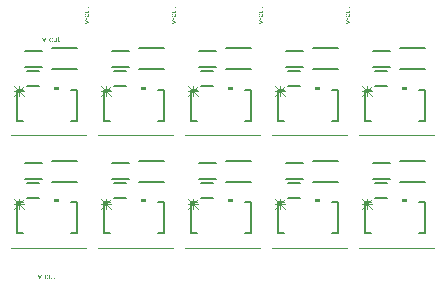
<source format=gto>
G04*
G04 #@! TF.GenerationSoftware,Altium Limited,Altium Designer,23.3.1 (30)*
G04*
G04 Layer_Color=65535*
%FSLAX25Y25*%
%MOIN*%
G70*
G04*
G04 #@! TF.SameCoordinates,76A80B4F-B454-4E83-830C-21A368A3A4FA*
G04*
G04*
G04 #@! TF.FilePolarity,Positive*
G04*
G01*
G75*
%ADD19C,0.00600*%
%ADD20C,0.00787*%
%ADD21C,0.00197*%
%ADD22C,0.00300*%
G36*
X259470Y219248D02*
X259472Y219237D01*
X259475Y219217D01*
X259478Y219192D01*
X259483Y219165D01*
X259486Y219134D01*
X259489Y219073D01*
Y219051D01*
X259486Y219029D01*
X259483Y219001D01*
X259481Y218968D01*
X259472Y218935D01*
X259464Y218904D01*
X259450Y218874D01*
X259447Y218871D01*
X259442Y218863D01*
X259434Y218852D01*
X259420Y218835D01*
X259406Y218821D01*
X259386Y218805D01*
X259367Y218788D01*
X259342Y218777D01*
X259339D01*
X259328Y218771D01*
X259309Y218769D01*
X259281Y218763D01*
X259245Y218758D01*
X259223Y218755D01*
X259198D01*
X259168Y218752D01*
X259137Y218749D01*
X259104D01*
X259065D01*
X258262D01*
Y218575D01*
X258079D01*
Y218749D01*
X257735D01*
X257594Y218985D01*
X258079D01*
Y219223D01*
X258262D01*
Y218985D01*
X259079D01*
X259085D01*
X259096D01*
X259112D01*
X259132Y218987D01*
X259176Y218990D01*
X259195Y218993D01*
X259209Y218996D01*
X259215Y218999D01*
X259226Y219007D01*
X259240Y219018D01*
X259254Y219037D01*
X259256Y219043D01*
X259262Y219057D01*
X259267Y219082D01*
X259270Y219118D01*
Y219145D01*
X259267Y219159D01*
Y219179D01*
X259265Y219201D01*
X259262Y219223D01*
X259470Y219253D01*
Y219248D01*
D02*
G37*
G36*
X230469D02*
X230472Y219237D01*
X230475Y219217D01*
X230478Y219192D01*
X230483Y219165D01*
X230486Y219134D01*
X230489Y219073D01*
Y219051D01*
X230486Y219029D01*
X230483Y219001D01*
X230481Y218968D01*
X230472Y218935D01*
X230464Y218904D01*
X230450Y218874D01*
X230447Y218871D01*
X230442Y218863D01*
X230434Y218852D01*
X230420Y218835D01*
X230406Y218821D01*
X230386Y218805D01*
X230367Y218788D01*
X230342Y218777D01*
X230339D01*
X230328Y218771D01*
X230309Y218769D01*
X230281Y218763D01*
X230245Y218758D01*
X230223Y218755D01*
X230198D01*
X230168Y218752D01*
X230137Y218749D01*
X230104D01*
X230065D01*
X229262D01*
Y218575D01*
X229079D01*
Y218749D01*
X228735D01*
X228594Y218985D01*
X229079D01*
Y219223D01*
X229262D01*
Y218985D01*
X230079D01*
X230084D01*
X230096D01*
X230112D01*
X230132Y218987D01*
X230176Y218990D01*
X230195Y218993D01*
X230209Y218996D01*
X230215Y218999D01*
X230226Y219007D01*
X230240Y219018D01*
X230254Y219037D01*
X230256Y219043D01*
X230262Y219057D01*
X230267Y219082D01*
X230270Y219118D01*
Y219145D01*
X230267Y219159D01*
Y219179D01*
X230265Y219201D01*
X230262Y219223D01*
X230469Y219253D01*
Y219248D01*
D02*
G37*
G36*
X201469Y219248D02*
X201472Y219237D01*
X201475Y219217D01*
X201478Y219192D01*
X201483Y219165D01*
X201486Y219134D01*
X201489Y219073D01*
Y219051D01*
X201486Y219029D01*
X201483Y219001D01*
X201481Y218968D01*
X201472Y218935D01*
X201464Y218904D01*
X201450Y218874D01*
X201447Y218871D01*
X201442Y218863D01*
X201433Y218852D01*
X201420Y218835D01*
X201406Y218821D01*
X201386Y218805D01*
X201367Y218788D01*
X201342Y218777D01*
X201339D01*
X201328Y218771D01*
X201309Y218769D01*
X201281Y218763D01*
X201245Y218758D01*
X201223Y218755D01*
X201198D01*
X201168Y218752D01*
X201137Y218749D01*
X201104D01*
X201065D01*
X200262D01*
Y218575D01*
X200079D01*
Y218749D01*
X199735D01*
X199594Y218985D01*
X200079D01*
Y219223D01*
X200262D01*
Y218985D01*
X201079D01*
X201084D01*
X201096D01*
X201112D01*
X201132Y218987D01*
X201176Y218990D01*
X201195Y218993D01*
X201209Y218996D01*
X201215Y218998D01*
X201226Y219007D01*
X201240Y219018D01*
X201254Y219037D01*
X201256Y219043D01*
X201262Y219057D01*
X201267Y219081D01*
X201270Y219117D01*
Y219145D01*
X201267Y219159D01*
Y219179D01*
X201265Y219201D01*
X201262Y219223D01*
X201469Y219253D01*
Y219248D01*
D02*
G37*
G36*
X172469D02*
X172472Y219237D01*
X172475Y219217D01*
X172478Y219192D01*
X172483Y219165D01*
X172486Y219134D01*
X172489Y219073D01*
Y219051D01*
X172486Y219029D01*
X172483Y219001D01*
X172481Y218968D01*
X172472Y218935D01*
X172464Y218904D01*
X172450Y218874D01*
X172447Y218871D01*
X172442Y218863D01*
X172433Y218852D01*
X172420Y218835D01*
X172406Y218821D01*
X172386Y218805D01*
X172367Y218788D01*
X172342Y218777D01*
X172339D01*
X172328Y218771D01*
X172309Y218769D01*
X172281Y218763D01*
X172245Y218758D01*
X172223Y218755D01*
X172198D01*
X172168Y218752D01*
X172137Y218749D01*
X172104D01*
X172065D01*
X171262D01*
Y218575D01*
X171079D01*
Y218749D01*
X170736D01*
X170594Y218985D01*
X171079D01*
Y219223D01*
X171262D01*
Y218985D01*
X172079D01*
X172084D01*
X172096D01*
X172112D01*
X172132Y218987D01*
X172176Y218990D01*
X172195Y218993D01*
X172209Y218996D01*
X172215Y218998D01*
X172226Y219007D01*
X172240Y219018D01*
X172254Y219037D01*
X172256Y219043D01*
X172262Y219057D01*
X172267Y219081D01*
X172270Y219117D01*
Y219145D01*
X172267Y219159D01*
Y219179D01*
X172265Y219201D01*
X172262Y219223D01*
X172469Y219253D01*
Y219248D01*
D02*
G37*
G36*
X259470Y218131D02*
X259267D01*
X259270Y218129D01*
X259278Y218123D01*
X259290Y218115D01*
X259303Y218101D01*
X259320Y218084D01*
X259342Y218065D01*
X259362Y218043D01*
X259384Y218015D01*
X259406Y217985D01*
X259425Y217951D01*
X259445Y217915D01*
X259464Y217877D01*
X259478Y217832D01*
X259489Y217788D01*
X259497Y217738D01*
X259500Y217688D01*
Y217669D01*
X259497Y217644D01*
X259494Y217614D01*
X259489Y217577D01*
X259481Y217539D01*
X259470Y217500D01*
X259453Y217458D01*
X259450Y217453D01*
X259445Y217442D01*
X259434Y217422D01*
X259420Y217400D01*
X259403Y217372D01*
X259384Y217348D01*
X259362Y217323D01*
X259337Y217300D01*
X259334Y217298D01*
X259323Y217292D01*
X259309Y217284D01*
X259287Y217273D01*
X259262Y217259D01*
X259231Y217248D01*
X259198Y217237D01*
X259162Y217228D01*
X259159D01*
X259148Y217226D01*
X259132Y217223D01*
X259109D01*
X259076Y217220D01*
X259040Y217217D01*
X258993Y217215D01*
X258941D01*
X258079D01*
Y217450D01*
X258852D01*
X258855D01*
X258860D01*
X258868D01*
X258882D01*
X258913D01*
X258951Y217453D01*
X258993D01*
X259035Y217456D01*
X259071Y217458D01*
X259101Y217464D01*
X259104D01*
X259115Y217469D01*
X259132Y217475D01*
X259154Y217483D01*
X259176Y217497D01*
X259201Y217514D01*
X259223Y217533D01*
X259245Y217558D01*
X259248Y217561D01*
X259254Y217572D01*
X259262Y217586D01*
X259270Y217608D01*
X259281Y217633D01*
X259290Y217663D01*
X259295Y217696D01*
X259298Y217735D01*
Y217755D01*
X259295Y217774D01*
X259292Y217799D01*
X259284Y217829D01*
X259276Y217863D01*
X259262Y217899D01*
X259245Y217935D01*
X259242Y217940D01*
X259234Y217951D01*
X259223Y217968D01*
X259206Y217987D01*
X259184Y218010D01*
X259159Y218032D01*
X259132Y218051D01*
X259098Y218068D01*
X259093Y218071D01*
X259082Y218073D01*
X259060Y218079D01*
X259029Y218087D01*
X258990Y218095D01*
X258943Y218101D01*
X258888Y218104D01*
X258824Y218107D01*
X258079D01*
Y218342D01*
X259470D01*
Y218131D01*
D02*
G37*
G36*
X230469D02*
X230267D01*
X230270Y218129D01*
X230278Y218123D01*
X230290Y218115D01*
X230303Y218101D01*
X230320Y218084D01*
X230342Y218065D01*
X230362Y218043D01*
X230384Y218015D01*
X230406Y217985D01*
X230425Y217951D01*
X230445Y217915D01*
X230464Y217877D01*
X230478Y217832D01*
X230489Y217788D01*
X230497Y217738D01*
X230500Y217688D01*
Y217669D01*
X230497Y217644D01*
X230494Y217614D01*
X230489Y217577D01*
X230481Y217539D01*
X230469Y217500D01*
X230453Y217458D01*
X230450Y217453D01*
X230445Y217442D01*
X230434Y217422D01*
X230420Y217400D01*
X230403Y217372D01*
X230384Y217348D01*
X230362Y217323D01*
X230337Y217300D01*
X230334Y217298D01*
X230323Y217292D01*
X230309Y217284D01*
X230287Y217273D01*
X230262Y217259D01*
X230231Y217248D01*
X230198Y217237D01*
X230162Y217228D01*
X230159D01*
X230148Y217226D01*
X230132Y217223D01*
X230109D01*
X230076Y217220D01*
X230040Y217217D01*
X229993Y217215D01*
X229941D01*
X229079D01*
Y217450D01*
X229852D01*
X229855D01*
X229860D01*
X229868D01*
X229882D01*
X229913D01*
X229952Y217453D01*
X229993D01*
X230035Y217456D01*
X230071Y217458D01*
X230101Y217464D01*
X230104D01*
X230115Y217469D01*
X230132Y217475D01*
X230154Y217483D01*
X230176Y217497D01*
X230201Y217514D01*
X230223Y217533D01*
X230245Y217558D01*
X230248Y217561D01*
X230254Y217572D01*
X230262Y217586D01*
X230270Y217608D01*
X230281Y217633D01*
X230290Y217663D01*
X230295Y217696D01*
X230298Y217735D01*
Y217755D01*
X230295Y217774D01*
X230292Y217799D01*
X230284Y217829D01*
X230276Y217863D01*
X230262Y217899D01*
X230245Y217935D01*
X230242Y217940D01*
X230234Y217951D01*
X230223Y217968D01*
X230206Y217987D01*
X230184Y218010D01*
X230159Y218032D01*
X230132Y218051D01*
X230098Y218068D01*
X230093Y218071D01*
X230082Y218073D01*
X230060Y218079D01*
X230029Y218087D01*
X229990Y218095D01*
X229943Y218101D01*
X229888Y218104D01*
X229824Y218107D01*
X229079D01*
Y218342D01*
X230469D01*
Y218131D01*
D02*
G37*
G36*
X201469Y218131D02*
X201267D01*
X201270Y218129D01*
X201278Y218123D01*
X201290Y218115D01*
X201303Y218101D01*
X201320Y218084D01*
X201342Y218065D01*
X201361Y218043D01*
X201384Y218015D01*
X201406Y217985D01*
X201425Y217951D01*
X201445Y217915D01*
X201464Y217877D01*
X201478Y217832D01*
X201489Y217788D01*
X201497Y217738D01*
X201500Y217688D01*
Y217669D01*
X201497Y217644D01*
X201495Y217613D01*
X201489Y217577D01*
X201481Y217539D01*
X201469Y217500D01*
X201453Y217458D01*
X201450Y217453D01*
X201445Y217442D01*
X201433Y217422D01*
X201420Y217400D01*
X201403Y217372D01*
X201384Y217348D01*
X201361Y217323D01*
X201337Y217300D01*
X201334Y217298D01*
X201323Y217292D01*
X201309Y217284D01*
X201287Y217273D01*
X201262Y217259D01*
X201231Y217248D01*
X201198Y217237D01*
X201162Y217228D01*
X201159D01*
X201148Y217226D01*
X201132Y217223D01*
X201109D01*
X201076Y217220D01*
X201040Y217217D01*
X200993Y217215D01*
X200940D01*
X200079D01*
Y217450D01*
X200852D01*
X200855D01*
X200860D01*
X200868D01*
X200882D01*
X200913D01*
X200952Y217453D01*
X200993D01*
X201035Y217456D01*
X201071Y217458D01*
X201101Y217464D01*
X201104D01*
X201115Y217469D01*
X201132Y217475D01*
X201154Y217483D01*
X201176Y217497D01*
X201201Y217514D01*
X201223Y217533D01*
X201245Y217558D01*
X201248Y217561D01*
X201254Y217572D01*
X201262Y217586D01*
X201270Y217608D01*
X201281Y217633D01*
X201290Y217663D01*
X201295Y217696D01*
X201298Y217735D01*
Y217755D01*
X201295Y217774D01*
X201292Y217799D01*
X201284Y217829D01*
X201276Y217863D01*
X201262Y217899D01*
X201245Y217935D01*
X201242Y217940D01*
X201234Y217951D01*
X201223Y217968D01*
X201206Y217987D01*
X201184Y218009D01*
X201159Y218032D01*
X201132Y218051D01*
X201098Y218068D01*
X201093Y218071D01*
X201082Y218073D01*
X201060Y218079D01*
X201029Y218087D01*
X200990Y218095D01*
X200943Y218101D01*
X200888Y218104D01*
X200824Y218107D01*
X200079D01*
Y218342D01*
X201469D01*
Y218131D01*
D02*
G37*
G36*
X172469D02*
X172267D01*
X172270Y218129D01*
X172278Y218123D01*
X172290Y218115D01*
X172303Y218101D01*
X172320Y218084D01*
X172342Y218065D01*
X172362Y218043D01*
X172384Y218015D01*
X172406Y217985D01*
X172425Y217951D01*
X172445Y217915D01*
X172464Y217877D01*
X172478Y217832D01*
X172489Y217788D01*
X172497Y217738D01*
X172500Y217688D01*
Y217669D01*
X172497Y217644D01*
X172494Y217613D01*
X172489Y217577D01*
X172481Y217539D01*
X172469Y217500D01*
X172453Y217458D01*
X172450Y217453D01*
X172445Y217442D01*
X172433Y217422D01*
X172420Y217400D01*
X172403Y217372D01*
X172384Y217348D01*
X172362Y217323D01*
X172337Y217300D01*
X172334Y217298D01*
X172323Y217292D01*
X172309Y217284D01*
X172287Y217273D01*
X172262Y217259D01*
X172231Y217248D01*
X172198Y217237D01*
X172162Y217228D01*
X172159D01*
X172148Y217226D01*
X172132Y217223D01*
X172109D01*
X172076Y217220D01*
X172040Y217217D01*
X171993Y217215D01*
X171941D01*
X171079D01*
Y217450D01*
X171852D01*
X171855D01*
X171860D01*
X171868D01*
X171882D01*
X171913D01*
X171951Y217453D01*
X171993D01*
X172035Y217456D01*
X172071Y217458D01*
X172101Y217464D01*
X172104D01*
X172115Y217469D01*
X172132Y217475D01*
X172154Y217483D01*
X172176Y217497D01*
X172201Y217514D01*
X172223Y217533D01*
X172245Y217558D01*
X172248Y217561D01*
X172254Y217572D01*
X172262Y217586D01*
X172270Y217608D01*
X172281Y217633D01*
X172290Y217663D01*
X172295Y217696D01*
X172298Y217735D01*
Y217755D01*
X172295Y217774D01*
X172292Y217799D01*
X172284Y217829D01*
X172276Y217863D01*
X172262Y217899D01*
X172245Y217935D01*
X172242Y217940D01*
X172234Y217951D01*
X172223Y217968D01*
X172206Y217987D01*
X172184Y218009D01*
X172159Y218032D01*
X172132Y218051D01*
X172098Y218068D01*
X172093Y218071D01*
X172082Y218073D01*
X172060Y218079D01*
X172029Y218087D01*
X171990Y218095D01*
X171943Y218101D01*
X171888Y218104D01*
X171824Y218107D01*
X171079D01*
Y218342D01*
X172469D01*
Y218131D01*
D02*
G37*
G36*
X259001Y217015D02*
X259013Y217012D01*
X259029Y217010D01*
X259051Y217004D01*
X259073Y216999D01*
X259129Y216979D01*
X259187Y216954D01*
X259251Y216918D01*
X259312Y216874D01*
X259339Y216849D01*
X259367Y216821D01*
X259370Y216818D01*
X259373Y216813D01*
X259378Y216805D01*
X259386Y216793D01*
X259398Y216780D01*
X259409Y216760D01*
X259420Y216738D01*
X259434Y216716D01*
X259458Y216661D01*
X259478Y216594D01*
X259494Y216522D01*
X259497Y216480D01*
X259500Y216439D01*
Y216411D01*
X259497Y216392D01*
X259494Y216367D01*
X259489Y216339D01*
X259483Y216309D01*
X259478Y216276D01*
X259456Y216201D01*
X259439Y216165D01*
X259422Y216126D01*
X259400Y216087D01*
X259375Y216051D01*
X259348Y216015D01*
X259314Y215982D01*
X259312Y215979D01*
X259306Y215974D01*
X259295Y215965D01*
X259281Y215954D01*
X259262Y215943D01*
X259237Y215927D01*
X259209Y215913D01*
X259179Y215896D01*
X259143Y215879D01*
X259101Y215866D01*
X259060Y215849D01*
X259010Y215838D01*
X258960Y215827D01*
X258902Y215819D01*
X258843Y215813D01*
X258780Y215810D01*
X258777D01*
X258769D01*
X258758D01*
X258741D01*
X258722Y215813D01*
X258699D01*
X258675Y215816D01*
X258647Y215819D01*
X258586Y215827D01*
X258519Y215841D01*
X258453Y215857D01*
X258386Y215882D01*
X258384D01*
X258378Y215885D01*
X258370Y215891D01*
X258359Y215896D01*
X258328Y215913D01*
X258292Y215938D01*
X258251Y215971D01*
X258209Y216010D01*
X258168Y216057D01*
X258134Y216109D01*
Y216112D01*
X258132Y216118D01*
X258126Y216126D01*
X258120Y216137D01*
X258115Y216151D01*
X258107Y216167D01*
X258090Y216209D01*
X258076Y216256D01*
X258062Y216314D01*
X258051Y216375D01*
X258049Y216442D01*
Y216464D01*
X258051Y216480D01*
Y216497D01*
X258054Y216519D01*
X258062Y216572D01*
X258076Y216630D01*
X258098Y216691D01*
X258126Y216752D01*
X258165Y216810D01*
Y216813D01*
X258170Y216816D01*
X258187Y216832D01*
X258212Y216857D01*
X258248Y216888D01*
X258292Y216918D01*
X258348Y216949D01*
X258411Y216976D01*
X258486Y216996D01*
X258522Y216766D01*
X258519D01*
X258517Y216763D01*
X258500Y216760D01*
X258475Y216752D01*
X258445Y216738D01*
X258411Y216724D01*
X258375Y216702D01*
X258342Y216677D01*
X258314Y216650D01*
X258312Y216647D01*
X258303Y216636D01*
X258292Y216616D01*
X258278Y216594D01*
X258265Y216564D01*
X258254Y216530D01*
X258245Y216492D01*
X258242Y216450D01*
Y216433D01*
X258245Y216420D01*
X258248Y216389D01*
X258259Y216348D01*
X258273Y216303D01*
X258295Y216253D01*
X258328Y216206D01*
X258348Y216184D01*
X258370Y216162D01*
X258373D01*
X258375Y216156D01*
X258384Y216151D01*
X258395Y216145D01*
X258409Y216137D01*
X258425Y216126D01*
X258445Y216118D01*
X258467Y216107D01*
X258494Y216095D01*
X258525Y216087D01*
X258558Y216076D01*
X258594Y216068D01*
X258633Y216062D01*
X258677Y216057D01*
X258724Y216051D01*
X258774D01*
X258777D01*
X258785D01*
X258802D01*
X258819Y216054D01*
X258843D01*
X258868Y216057D01*
X258929Y216065D01*
X258996Y216076D01*
X259065Y216095D01*
X259126Y216120D01*
X259156Y216137D01*
X259181Y216156D01*
X259187Y216162D01*
X259201Y216176D01*
X259220Y216201D01*
X259242Y216231D01*
X259267Y216273D01*
X259287Y216320D01*
X259301Y216375D01*
X259303Y216406D01*
X259306Y216436D01*
Y216442D01*
X259303Y216458D01*
X259301Y216486D01*
X259295Y216516D01*
X259287Y216552D01*
X259270Y216591D01*
X259251Y216630D01*
X259223Y216666D01*
X259220Y216672D01*
X259206Y216680D01*
X259187Y216697D01*
X259156Y216716D01*
X259120Y216735D01*
X259076Y216757D01*
X259021Y216774D01*
X258960Y216785D01*
X258990Y217018D01*
X258993D01*
X259001Y217015D01*
D02*
G37*
G36*
X230001D02*
X230012Y217012D01*
X230029Y217010D01*
X230051Y217004D01*
X230073Y216999D01*
X230129Y216979D01*
X230187Y216954D01*
X230251Y216918D01*
X230312Y216874D01*
X230339Y216849D01*
X230367Y216821D01*
X230370Y216818D01*
X230373Y216813D01*
X230378Y216805D01*
X230386Y216793D01*
X230398Y216780D01*
X230409Y216760D01*
X230420Y216738D01*
X230434Y216716D01*
X230458Y216661D01*
X230478Y216594D01*
X230494Y216522D01*
X230497Y216480D01*
X230500Y216439D01*
Y216411D01*
X230497Y216392D01*
X230494Y216367D01*
X230489Y216339D01*
X230483Y216309D01*
X230478Y216276D01*
X230456Y216201D01*
X230439Y216165D01*
X230422Y216126D01*
X230400Y216087D01*
X230375Y216051D01*
X230348Y216015D01*
X230314Y215982D01*
X230312Y215979D01*
X230306Y215974D01*
X230295Y215965D01*
X230281Y215954D01*
X230262Y215943D01*
X230237Y215927D01*
X230209Y215913D01*
X230179Y215896D01*
X230143Y215879D01*
X230101Y215866D01*
X230060Y215849D01*
X230010Y215838D01*
X229960Y215827D01*
X229902Y215819D01*
X229843Y215813D01*
X229780Y215810D01*
X229777D01*
X229769D01*
X229758D01*
X229741D01*
X229722Y215813D01*
X229699D01*
X229675Y215816D01*
X229647Y215819D01*
X229586Y215827D01*
X229519Y215841D01*
X229453Y215857D01*
X229386Y215882D01*
X229384D01*
X229378Y215885D01*
X229370Y215891D01*
X229359Y215896D01*
X229328Y215913D01*
X229292Y215938D01*
X229251Y215971D01*
X229209Y216010D01*
X229168Y216057D01*
X229134Y216109D01*
Y216112D01*
X229132Y216118D01*
X229126Y216126D01*
X229120Y216137D01*
X229115Y216151D01*
X229107Y216167D01*
X229090Y216209D01*
X229076Y216256D01*
X229062Y216314D01*
X229051Y216375D01*
X229048Y216442D01*
Y216464D01*
X229051Y216480D01*
Y216497D01*
X229054Y216519D01*
X229062Y216572D01*
X229076Y216630D01*
X229098Y216691D01*
X229126Y216752D01*
X229165Y216810D01*
Y216813D01*
X229170Y216816D01*
X229187Y216832D01*
X229212Y216857D01*
X229248Y216888D01*
X229292Y216918D01*
X229348Y216949D01*
X229411Y216976D01*
X229486Y216996D01*
X229522Y216766D01*
X229519D01*
X229517Y216763D01*
X229500Y216760D01*
X229475Y216752D01*
X229445Y216738D01*
X229411Y216724D01*
X229375Y216702D01*
X229342Y216677D01*
X229314Y216650D01*
X229312Y216647D01*
X229303Y216636D01*
X229292Y216616D01*
X229278Y216594D01*
X229265Y216564D01*
X229254Y216530D01*
X229245Y216492D01*
X229242Y216450D01*
Y216433D01*
X229245Y216420D01*
X229248Y216389D01*
X229259Y216348D01*
X229273Y216303D01*
X229295Y216253D01*
X229328Y216206D01*
X229348Y216184D01*
X229370Y216162D01*
X229373D01*
X229375Y216156D01*
X229384Y216151D01*
X229395Y216145D01*
X229409Y216137D01*
X229425Y216126D01*
X229445Y216118D01*
X229467Y216107D01*
X229495Y216095D01*
X229525Y216087D01*
X229558Y216076D01*
X229594Y216068D01*
X229633Y216062D01*
X229677Y216057D01*
X229724Y216051D01*
X229774D01*
X229777D01*
X229785D01*
X229802D01*
X229819Y216054D01*
X229843D01*
X229868Y216057D01*
X229929Y216065D01*
X229996Y216076D01*
X230065Y216095D01*
X230126Y216120D01*
X230156Y216137D01*
X230181Y216156D01*
X230187Y216162D01*
X230201Y216176D01*
X230220Y216201D01*
X230242Y216231D01*
X230267Y216273D01*
X230287Y216320D01*
X230301Y216375D01*
X230303Y216406D01*
X230306Y216436D01*
Y216442D01*
X230303Y216458D01*
X230301Y216486D01*
X230295Y216516D01*
X230287Y216552D01*
X230270Y216591D01*
X230251Y216630D01*
X230223Y216666D01*
X230220Y216672D01*
X230206Y216680D01*
X230187Y216697D01*
X230156Y216716D01*
X230120Y216735D01*
X230076Y216757D01*
X230021Y216774D01*
X229960Y216785D01*
X229990Y217018D01*
X229993D01*
X230001Y217015D01*
D02*
G37*
G36*
X201001Y217015D02*
X201012Y217012D01*
X201029Y217010D01*
X201051Y217004D01*
X201073Y216999D01*
X201129Y216979D01*
X201187Y216954D01*
X201251Y216918D01*
X201312Y216874D01*
X201339Y216849D01*
X201367Y216821D01*
X201370Y216818D01*
X201373Y216813D01*
X201378Y216805D01*
X201386Y216793D01*
X201397Y216780D01*
X201409Y216760D01*
X201420Y216738D01*
X201433Y216716D01*
X201458Y216661D01*
X201478Y216594D01*
X201495Y216522D01*
X201497Y216480D01*
X201500Y216439D01*
Y216411D01*
X201497Y216392D01*
X201495Y216367D01*
X201489Y216339D01*
X201483Y216309D01*
X201478Y216276D01*
X201456Y216201D01*
X201439Y216165D01*
X201422Y216126D01*
X201400Y216087D01*
X201375Y216051D01*
X201348Y216015D01*
X201314Y215982D01*
X201312Y215979D01*
X201306Y215974D01*
X201295Y215965D01*
X201281Y215954D01*
X201262Y215943D01*
X201237Y215927D01*
X201209Y215913D01*
X201179Y215896D01*
X201143Y215879D01*
X201101Y215866D01*
X201060Y215849D01*
X201010Y215838D01*
X200960Y215827D01*
X200902Y215819D01*
X200844Y215813D01*
X200780Y215810D01*
X200777D01*
X200769D01*
X200758D01*
X200741D01*
X200722Y215813D01*
X200699D01*
X200675Y215816D01*
X200647Y215819D01*
X200586Y215827D01*
X200519Y215841D01*
X200453Y215857D01*
X200386Y215882D01*
X200384D01*
X200378Y215885D01*
X200370Y215891D01*
X200359Y215896D01*
X200328Y215913D01*
X200292Y215938D01*
X200251Y215971D01*
X200209Y216010D01*
X200168Y216057D01*
X200134Y216109D01*
Y216112D01*
X200132Y216118D01*
X200126Y216126D01*
X200120Y216137D01*
X200115Y216151D01*
X200107Y216167D01*
X200090Y216209D01*
X200076Y216256D01*
X200062Y216314D01*
X200051Y216375D01*
X200048Y216442D01*
Y216464D01*
X200051Y216480D01*
Y216497D01*
X200054Y216519D01*
X200062Y216572D01*
X200076Y216630D01*
X200098Y216691D01*
X200126Y216752D01*
X200165Y216810D01*
Y216813D01*
X200170Y216816D01*
X200187Y216832D01*
X200212Y216857D01*
X200248Y216888D01*
X200292Y216918D01*
X200348Y216949D01*
X200411Y216976D01*
X200486Y216996D01*
X200522Y216766D01*
X200519D01*
X200517Y216763D01*
X200500Y216760D01*
X200475Y216752D01*
X200445Y216738D01*
X200411Y216724D01*
X200375Y216702D01*
X200342Y216677D01*
X200314Y216650D01*
X200312Y216647D01*
X200303Y216636D01*
X200292Y216616D01*
X200278Y216594D01*
X200265Y216564D01*
X200254Y216530D01*
X200245Y216492D01*
X200242Y216450D01*
Y216433D01*
X200245Y216420D01*
X200248Y216389D01*
X200259Y216348D01*
X200273Y216303D01*
X200295Y216253D01*
X200328Y216206D01*
X200348Y216184D01*
X200370Y216162D01*
X200373D01*
X200375Y216156D01*
X200384Y216151D01*
X200395Y216145D01*
X200409Y216137D01*
X200425Y216126D01*
X200445Y216118D01*
X200467Y216107D01*
X200495Y216095D01*
X200525Y216087D01*
X200558Y216076D01*
X200594Y216068D01*
X200633Y216062D01*
X200677Y216057D01*
X200724Y216051D01*
X200774D01*
X200777D01*
X200785D01*
X200802D01*
X200819Y216054D01*
X200844D01*
X200868Y216057D01*
X200929Y216065D01*
X200996Y216076D01*
X201065Y216095D01*
X201126Y216120D01*
X201156Y216137D01*
X201181Y216156D01*
X201187Y216162D01*
X201201Y216176D01*
X201220Y216201D01*
X201242Y216231D01*
X201267Y216273D01*
X201287Y216320D01*
X201301Y216375D01*
X201303Y216406D01*
X201306Y216436D01*
Y216442D01*
X201303Y216458D01*
X201301Y216486D01*
X201295Y216516D01*
X201287Y216552D01*
X201270Y216591D01*
X201251Y216630D01*
X201223Y216666D01*
X201220Y216672D01*
X201206Y216680D01*
X201187Y216697D01*
X201156Y216716D01*
X201120Y216735D01*
X201076Y216757D01*
X201021Y216774D01*
X200960Y216785D01*
X200990Y217018D01*
X200993D01*
X201001Y217015D01*
D02*
G37*
G36*
X172001D02*
X172012Y217012D01*
X172029Y217010D01*
X172051Y217004D01*
X172073Y216999D01*
X172129Y216979D01*
X172187Y216954D01*
X172251Y216918D01*
X172312Y216874D01*
X172339Y216849D01*
X172367Y216821D01*
X172370Y216818D01*
X172373Y216813D01*
X172378Y216805D01*
X172386Y216793D01*
X172397Y216780D01*
X172409Y216760D01*
X172420Y216738D01*
X172433Y216716D01*
X172458Y216661D01*
X172478Y216594D01*
X172494Y216522D01*
X172497Y216480D01*
X172500Y216439D01*
Y216411D01*
X172497Y216392D01*
X172494Y216367D01*
X172489Y216339D01*
X172483Y216309D01*
X172478Y216276D01*
X172456Y216201D01*
X172439Y216165D01*
X172422Y216126D01*
X172400Y216087D01*
X172375Y216051D01*
X172348Y216015D01*
X172314Y215982D01*
X172312Y215979D01*
X172306Y215974D01*
X172295Y215965D01*
X172281Y215954D01*
X172262Y215943D01*
X172237Y215927D01*
X172209Y215913D01*
X172179Y215896D01*
X172143Y215879D01*
X172101Y215866D01*
X172060Y215849D01*
X172010Y215838D01*
X171960Y215827D01*
X171902Y215819D01*
X171844Y215813D01*
X171780Y215810D01*
X171777D01*
X171769D01*
X171758D01*
X171741D01*
X171722Y215813D01*
X171700D01*
X171675Y215816D01*
X171647Y215819D01*
X171586Y215827D01*
X171519Y215841D01*
X171453Y215857D01*
X171386Y215882D01*
X171384D01*
X171378Y215885D01*
X171370Y215891D01*
X171359Y215896D01*
X171328Y215913D01*
X171292Y215938D01*
X171251Y215971D01*
X171209Y216010D01*
X171168Y216057D01*
X171134Y216109D01*
Y216112D01*
X171132Y216118D01*
X171126Y216126D01*
X171121Y216137D01*
X171115Y216151D01*
X171107Y216167D01*
X171090Y216209D01*
X171076Y216256D01*
X171062Y216314D01*
X171051Y216375D01*
X171048Y216442D01*
Y216464D01*
X171051Y216480D01*
Y216497D01*
X171054Y216519D01*
X171062Y216572D01*
X171076Y216630D01*
X171098Y216691D01*
X171126Y216752D01*
X171165Y216810D01*
Y216813D01*
X171170Y216816D01*
X171187Y216832D01*
X171212Y216857D01*
X171248Y216888D01*
X171292Y216918D01*
X171348Y216949D01*
X171411Y216976D01*
X171486Y216996D01*
X171522Y216766D01*
X171519D01*
X171517Y216763D01*
X171500Y216760D01*
X171475Y216752D01*
X171445Y216738D01*
X171411Y216724D01*
X171375Y216702D01*
X171342Y216677D01*
X171314Y216650D01*
X171312Y216647D01*
X171303Y216636D01*
X171292Y216616D01*
X171278Y216594D01*
X171265Y216564D01*
X171254Y216530D01*
X171245Y216492D01*
X171242Y216450D01*
Y216433D01*
X171245Y216420D01*
X171248Y216389D01*
X171259Y216348D01*
X171273Y216303D01*
X171295Y216253D01*
X171328Y216206D01*
X171348Y216184D01*
X171370Y216162D01*
X171373D01*
X171375Y216156D01*
X171384Y216151D01*
X171395Y216145D01*
X171409Y216137D01*
X171425Y216126D01*
X171445Y216118D01*
X171467Y216107D01*
X171494Y216095D01*
X171525Y216087D01*
X171558Y216076D01*
X171594Y216068D01*
X171633Y216062D01*
X171677Y216057D01*
X171724Y216051D01*
X171774D01*
X171777D01*
X171785D01*
X171802D01*
X171819Y216054D01*
X171844D01*
X171868Y216057D01*
X171929Y216065D01*
X171996Y216076D01*
X172065Y216095D01*
X172126Y216120D01*
X172157Y216137D01*
X172181Y216156D01*
X172187Y216162D01*
X172201Y216176D01*
X172220Y216201D01*
X172242Y216231D01*
X172267Y216273D01*
X172287Y216320D01*
X172301Y216375D01*
X172303Y216406D01*
X172306Y216436D01*
Y216442D01*
X172303Y216458D01*
X172301Y216486D01*
X172295Y216516D01*
X172287Y216552D01*
X172270Y216591D01*
X172251Y216630D01*
X172223Y216666D01*
X172220Y216672D01*
X172206Y216680D01*
X172187Y216697D01*
X172157Y216716D01*
X172120Y216735D01*
X172076Y216757D01*
X172021Y216774D01*
X171960Y216785D01*
X171990Y217018D01*
X171993D01*
X172001Y217015D01*
D02*
G37*
G36*
X258893Y214893D02*
X258658D01*
Y215622D01*
X258893D01*
Y214893D01*
D02*
G37*
G36*
X229893D02*
X229658D01*
Y215622D01*
X229893D01*
Y214893D01*
D02*
G37*
G36*
X200893Y214893D02*
X200658D01*
Y215622D01*
X200893D01*
Y214893D01*
D02*
G37*
G36*
X171893D02*
X171658D01*
Y215622D01*
X171893D01*
Y214893D01*
D02*
G37*
G36*
X259470Y214248D02*
Y214023D01*
X258079Y213500D01*
Y213749D01*
X258913Y214049D01*
X258915D01*
X258918Y214051D01*
X258927Y214054D01*
X258935Y214057D01*
X258963Y214065D01*
X258999Y214076D01*
X259040Y214090D01*
X259087Y214107D01*
X259140Y214121D01*
X259192Y214137D01*
X259187Y214140D01*
X259173Y214143D01*
X259151Y214151D01*
X259118Y214159D01*
X259082Y214173D01*
X259035Y214187D01*
X258985Y214206D01*
X258929Y214226D01*
X258079Y214533D01*
Y214777D01*
X259470Y214248D01*
D02*
G37*
G36*
X230469D02*
Y214023D01*
X229079Y213500D01*
Y213749D01*
X229913Y214049D01*
X229915D01*
X229918Y214051D01*
X229927Y214054D01*
X229935Y214057D01*
X229963Y214065D01*
X229999Y214076D01*
X230040Y214090D01*
X230087Y214107D01*
X230140Y214121D01*
X230192Y214137D01*
X230187Y214140D01*
X230173Y214143D01*
X230151Y214151D01*
X230118Y214159D01*
X230082Y214173D01*
X230035Y214187D01*
X229985Y214206D01*
X229929Y214226D01*
X229079Y214533D01*
Y214777D01*
X230469Y214248D01*
D02*
G37*
G36*
X201469Y214248D02*
Y214023D01*
X200079Y213500D01*
Y213749D01*
X200913Y214049D01*
X200916D01*
X200918Y214051D01*
X200927Y214054D01*
X200935Y214057D01*
X200963Y214065D01*
X200999Y214076D01*
X201040Y214090D01*
X201087Y214107D01*
X201140Y214121D01*
X201192Y214137D01*
X201187Y214140D01*
X201173Y214143D01*
X201151Y214151D01*
X201118Y214159D01*
X201082Y214173D01*
X201035Y214187D01*
X200985Y214206D01*
X200929Y214226D01*
X200079Y214533D01*
Y214777D01*
X201469Y214248D01*
D02*
G37*
G36*
X172469D02*
Y214023D01*
X171079Y213500D01*
Y213749D01*
X171913Y214049D01*
X171915D01*
X171918Y214051D01*
X171927Y214054D01*
X171935Y214057D01*
X171963Y214065D01*
X171999Y214076D01*
X172040Y214090D01*
X172087Y214107D01*
X172140Y214121D01*
X172193Y214137D01*
X172187Y214140D01*
X172173Y214143D01*
X172151Y214151D01*
X172118Y214159D01*
X172082Y214173D01*
X172035Y214187D01*
X171985Y214206D01*
X171929Y214226D01*
X171079Y214533D01*
Y214777D01*
X172469Y214248D01*
D02*
G37*
G36*
X159980Y208949D02*
X159997D01*
X160019Y208946D01*
X160072Y208938D01*
X160130Y208924D01*
X160191Y208902D01*
X160252Y208874D01*
X160310Y208835D01*
X160313D01*
X160316Y208830D01*
X160332Y208813D01*
X160357Y208788D01*
X160388Y208752D01*
X160418Y208708D01*
X160449Y208652D01*
X160476Y208589D01*
X160496Y208514D01*
X160266Y208478D01*
Y208481D01*
X160263Y208483D01*
X160260Y208500D01*
X160252Y208525D01*
X160238Y208555D01*
X160224Y208589D01*
X160202Y208625D01*
X160177Y208658D01*
X160150Y208686D01*
X160147Y208688D01*
X160136Y208697D01*
X160116Y208708D01*
X160094Y208722D01*
X160064Y208735D01*
X160030Y208747D01*
X159992Y208755D01*
X159950Y208758D01*
X159933D01*
X159920Y208755D01*
X159889Y208752D01*
X159848Y208741D01*
X159803Y208727D01*
X159753Y208705D01*
X159706Y208672D01*
X159684Y208652D01*
X159662Y208630D01*
Y208627D01*
X159656Y208625D01*
X159651Y208616D01*
X159645Y208605D01*
X159637Y208591D01*
X159626Y208575D01*
X159618Y208555D01*
X159607Y208533D01*
X159596Y208506D01*
X159587Y208475D01*
X159576Y208442D01*
X159568Y208406D01*
X159562Y208367D01*
X159557Y208323D01*
X159551Y208276D01*
Y208226D01*
Y208223D01*
Y208215D01*
Y208198D01*
X159554Y208181D01*
Y208156D01*
X159557Y208132D01*
X159565Y208071D01*
X159576Y208004D01*
X159596Y207935D01*
X159620Y207874D01*
X159637Y207843D01*
X159656Y207819D01*
X159662Y207813D01*
X159676Y207799D01*
X159701Y207780D01*
X159731Y207758D01*
X159773Y207733D01*
X159820Y207713D01*
X159875Y207699D01*
X159906Y207697D01*
X159936Y207694D01*
X159942D01*
X159958Y207697D01*
X159986Y207699D01*
X160017Y207705D01*
X160053Y207713D01*
X160091Y207730D01*
X160130Y207749D01*
X160166Y207777D01*
X160172Y207780D01*
X160180Y207794D01*
X160197Y207813D01*
X160216Y207843D01*
X160235Y207879D01*
X160257Y207924D01*
X160274Y207979D01*
X160285Y208040D01*
X160518Y208010D01*
Y208007D01*
X160515Y207999D01*
X160512Y207987D01*
X160510Y207971D01*
X160504Y207949D01*
X160498Y207927D01*
X160479Y207871D01*
X160454Y207813D01*
X160418Y207749D01*
X160374Y207688D01*
X160349Y207661D01*
X160321Y207633D01*
X160319Y207630D01*
X160313Y207627D01*
X160305Y207622D01*
X160293Y207614D01*
X160280Y207603D01*
X160260Y207591D01*
X160238Y207580D01*
X160216Y207566D01*
X160161Y207542D01*
X160094Y207522D01*
X160022Y207505D01*
X159980Y207503D01*
X159939Y207500D01*
X159911D01*
X159892Y207503D01*
X159867Y207505D01*
X159839Y207511D01*
X159809Y207517D01*
X159775Y207522D01*
X159701Y207544D01*
X159665Y207561D01*
X159626Y207578D01*
X159587Y207600D01*
X159551Y207625D01*
X159515Y207652D01*
X159482Y207686D01*
X159479Y207688D01*
X159474Y207694D01*
X159465Y207705D01*
X159454Y207719D01*
X159443Y207738D01*
X159426Y207763D01*
X159413Y207791D01*
X159396Y207821D01*
X159379Y207857D01*
X159366Y207899D01*
X159349Y207940D01*
X159338Y207990D01*
X159327Y208040D01*
X159318Y208098D01*
X159313Y208156D01*
X159310Y208220D01*
Y208223D01*
Y208231D01*
Y208242D01*
Y208259D01*
X159313Y208278D01*
Y208300D01*
X159316Y208326D01*
X159318Y208353D01*
X159327Y208414D01*
X159341Y208481D01*
X159357Y208547D01*
X159382Y208613D01*
Y208616D01*
X159385Y208622D01*
X159390Y208630D01*
X159396Y208641D01*
X159413Y208672D01*
X159438Y208708D01*
X159471Y208749D01*
X159510Y208791D01*
X159557Y208832D01*
X159609Y208866D01*
X159612D01*
X159618Y208868D01*
X159626Y208874D01*
X159637Y208879D01*
X159651Y208885D01*
X159668Y208893D01*
X159709Y208910D01*
X159756Y208924D01*
X159814Y208938D01*
X159875Y208949D01*
X159942Y208951D01*
X159964D01*
X159980Y208949D01*
D02*
G37*
G36*
X159122Y208107D02*
X158393D01*
Y208342D01*
X159122D01*
Y208107D01*
D02*
G37*
G36*
X157748Y207530D02*
X157524D01*
X157000Y208921D01*
X157249D01*
X157548Y208087D01*
Y208085D01*
X157551Y208082D01*
X157554Y208073D01*
X157557Y208065D01*
X157565Y208037D01*
X157576Y208001D01*
X157590Y207960D01*
X157607Y207913D01*
X157621Y207860D01*
X157637Y207807D01*
X157640Y207813D01*
X157643Y207827D01*
X157651Y207849D01*
X157659Y207882D01*
X157673Y207918D01*
X157687Y207965D01*
X157706Y208015D01*
X157726Y208071D01*
X158033Y208921D01*
X158277D01*
X157748Y207530D01*
D02*
G37*
G36*
X161842D02*
X161631D01*
Y207733D01*
X161629Y207730D01*
X161623Y207722D01*
X161615Y207711D01*
X161601Y207697D01*
X161584Y207680D01*
X161565Y207658D01*
X161543Y207639D01*
X161515Y207616D01*
X161485Y207594D01*
X161451Y207575D01*
X161415Y207555D01*
X161377Y207536D01*
X161332Y207522D01*
X161288Y207511D01*
X161238Y207503D01*
X161188Y207500D01*
X161169D01*
X161144Y207503D01*
X161113Y207505D01*
X161077Y207511D01*
X161039Y207519D01*
X161000Y207530D01*
X160958Y207547D01*
X160953Y207550D01*
X160942Y207555D01*
X160922Y207566D01*
X160900Y207580D01*
X160872Y207597D01*
X160847Y207616D01*
X160823Y207639D01*
X160800Y207663D01*
X160798Y207666D01*
X160792Y207677D01*
X160784Y207691D01*
X160773Y207713D01*
X160759Y207738D01*
X160748Y207769D01*
X160737Y207802D01*
X160728Y207838D01*
Y207841D01*
X160726Y207852D01*
X160723Y207868D01*
Y207891D01*
X160720Y207924D01*
X160717Y207960D01*
X160715Y208007D01*
Y208060D01*
Y208921D01*
X160950D01*
Y208148D01*
Y208145D01*
Y208140D01*
Y208132D01*
Y208118D01*
Y208087D01*
X160953Y208049D01*
Y208007D01*
X160956Y207965D01*
X160958Y207929D01*
X160964Y207899D01*
Y207896D01*
X160969Y207885D01*
X160975Y207868D01*
X160983Y207846D01*
X160997Y207824D01*
X161014Y207799D01*
X161033Y207777D01*
X161058Y207755D01*
X161061Y207752D01*
X161072Y207747D01*
X161086Y207738D01*
X161108Y207730D01*
X161133Y207719D01*
X161163Y207711D01*
X161197Y207705D01*
X161235Y207702D01*
X161255D01*
X161274Y207705D01*
X161299Y207708D01*
X161329Y207716D01*
X161363Y207724D01*
X161399Y207738D01*
X161435Y207755D01*
X161440Y207758D01*
X161451Y207766D01*
X161468Y207777D01*
X161487Y207794D01*
X161510Y207816D01*
X161532Y207841D01*
X161551Y207868D01*
X161568Y207902D01*
X161571Y207907D01*
X161573Y207918D01*
X161579Y207940D01*
X161587Y207971D01*
X161595Y208010D01*
X161601Y208057D01*
X161604Y208112D01*
X161607Y208176D01*
Y208921D01*
X161842D01*
Y207530D01*
D02*
G37*
G36*
X162485Y208921D02*
X162723D01*
Y208738D01*
X162485D01*
Y207921D01*
Y207915D01*
Y207904D01*
Y207888D01*
X162487Y207868D01*
X162490Y207824D01*
X162493Y207805D01*
X162496Y207791D01*
X162498Y207785D01*
X162507Y207774D01*
X162518Y207760D01*
X162537Y207747D01*
X162543Y207744D01*
X162557Y207738D01*
X162582Y207733D01*
X162618Y207730D01*
X162645D01*
X162659Y207733D01*
X162679D01*
X162701Y207735D01*
X162723Y207738D01*
X162753Y207530D01*
X162748D01*
X162737Y207528D01*
X162717Y207525D01*
X162692Y207522D01*
X162665Y207517D01*
X162634Y207514D01*
X162573Y207511D01*
X162551D01*
X162529Y207514D01*
X162501Y207517D01*
X162468Y207519D01*
X162435Y207528D01*
X162404Y207536D01*
X162374Y207550D01*
X162371Y207553D01*
X162363Y207558D01*
X162352Y207566D01*
X162335Y207580D01*
X162321Y207594D01*
X162304Y207614D01*
X162288Y207633D01*
X162277Y207658D01*
Y207661D01*
X162271Y207672D01*
X162268Y207691D01*
X162263Y207719D01*
X162258Y207755D01*
X162255Y207777D01*
Y207802D01*
X162252Y207832D01*
X162249Y207863D01*
Y207896D01*
Y207935D01*
Y208738D01*
X162075D01*
Y208921D01*
X162249D01*
Y209264D01*
X162485Y209406D01*
Y208921D01*
D02*
G37*
G36*
X278400Y191649D02*
X276900D01*
Y192649D01*
X278400D01*
Y191649D01*
D02*
G37*
G36*
X249400D02*
X247900D01*
Y192649D01*
X249400D01*
Y191649D01*
D02*
G37*
G36*
X220400D02*
X218900D01*
Y192649D01*
X220400D01*
Y191649D01*
D02*
G37*
G36*
X191400D02*
X189900D01*
Y192649D01*
X191400D01*
Y191649D01*
D02*
G37*
G36*
X162400D02*
X160900D01*
Y192649D01*
X162400D01*
Y191649D01*
D02*
G37*
G36*
X278400Y154149D02*
X276900D01*
Y155149D01*
X278400D01*
Y154149D01*
D02*
G37*
G36*
X249400D02*
X247900D01*
Y155149D01*
X249400D01*
Y154149D01*
D02*
G37*
G36*
X220400D02*
X218900D01*
Y155149D01*
X220400D01*
Y154149D01*
D02*
G37*
G36*
X191400D02*
X189900D01*
Y155149D01*
X191400D01*
Y154149D01*
D02*
G37*
G36*
X162400D02*
X160900D01*
Y155149D01*
X162400D01*
Y154149D01*
D02*
G37*
G36*
X158481Y129949D02*
X158497D01*
X158519Y129946D01*
X158572Y129938D01*
X158630Y129924D01*
X158691Y129902D01*
X158752Y129874D01*
X158810Y129835D01*
X158813D01*
X158816Y129830D01*
X158832Y129813D01*
X158857Y129788D01*
X158888Y129752D01*
X158918Y129708D01*
X158949Y129652D01*
X158976Y129589D01*
X158996Y129514D01*
X158766Y129478D01*
Y129481D01*
X158763Y129483D01*
X158760Y129500D01*
X158752Y129525D01*
X158738Y129555D01*
X158724Y129589D01*
X158702Y129625D01*
X158677Y129658D01*
X158650Y129686D01*
X158647Y129688D01*
X158636Y129697D01*
X158616Y129708D01*
X158594Y129722D01*
X158564Y129735D01*
X158530Y129746D01*
X158492Y129755D01*
X158450Y129758D01*
X158433D01*
X158420Y129755D01*
X158389Y129752D01*
X158348Y129741D01*
X158303Y129727D01*
X158253Y129705D01*
X158206Y129672D01*
X158184Y129652D01*
X158162Y129630D01*
Y129627D01*
X158156Y129625D01*
X158151Y129616D01*
X158145Y129605D01*
X158137Y129591D01*
X158126Y129575D01*
X158118Y129555D01*
X158107Y129533D01*
X158096Y129506D01*
X158087Y129475D01*
X158076Y129442D01*
X158068Y129406D01*
X158062Y129367D01*
X158057Y129323D01*
X158051Y129276D01*
Y129226D01*
Y129223D01*
Y129215D01*
Y129198D01*
X158054Y129181D01*
Y129156D01*
X158057Y129132D01*
X158065Y129071D01*
X158076Y129004D01*
X158096Y128935D01*
X158120Y128874D01*
X158137Y128843D01*
X158156Y128819D01*
X158162Y128813D01*
X158176Y128799D01*
X158201Y128780D01*
X158231Y128758D01*
X158273Y128733D01*
X158320Y128713D01*
X158375Y128699D01*
X158406Y128697D01*
X158436Y128694D01*
X158442D01*
X158458Y128697D01*
X158486Y128699D01*
X158517Y128705D01*
X158553Y128713D01*
X158591Y128730D01*
X158630Y128749D01*
X158666Y128777D01*
X158672Y128780D01*
X158680Y128794D01*
X158697Y128813D01*
X158716Y128843D01*
X158735Y128879D01*
X158757Y128924D01*
X158774Y128979D01*
X158785Y129040D01*
X159018Y129010D01*
Y129007D01*
X159015Y128999D01*
X159012Y128988D01*
X159010Y128971D01*
X159004Y128949D01*
X158999Y128927D01*
X158979Y128871D01*
X158954Y128813D01*
X158918Y128749D01*
X158874Y128688D01*
X158849Y128661D01*
X158821Y128633D01*
X158818Y128630D01*
X158813Y128627D01*
X158805Y128622D01*
X158793Y128614D01*
X158780Y128603D01*
X158760Y128591D01*
X158738Y128580D01*
X158716Y128567D01*
X158661Y128542D01*
X158594Y128522D01*
X158522Y128506D01*
X158481Y128503D01*
X158439Y128500D01*
X158411D01*
X158392Y128503D01*
X158367Y128506D01*
X158339Y128511D01*
X158309Y128517D01*
X158275Y128522D01*
X158201Y128544D01*
X158165Y128561D01*
X158126Y128578D01*
X158087Y128600D01*
X158051Y128625D01*
X158015Y128652D01*
X157982Y128686D01*
X157979Y128688D01*
X157974Y128694D01*
X157965Y128705D01*
X157954Y128719D01*
X157943Y128738D01*
X157926Y128763D01*
X157913Y128791D01*
X157896Y128821D01*
X157879Y128857D01*
X157866Y128899D01*
X157849Y128940D01*
X157838Y128990D01*
X157827Y129040D01*
X157818Y129098D01*
X157813Y129156D01*
X157810Y129220D01*
Y129223D01*
Y129231D01*
Y129242D01*
Y129259D01*
X157813Y129278D01*
Y129300D01*
X157816Y129325D01*
X157818Y129353D01*
X157827Y129414D01*
X157841Y129481D01*
X157857Y129547D01*
X157882Y129613D01*
Y129616D01*
X157885Y129622D01*
X157890Y129630D01*
X157896Y129641D01*
X157913Y129672D01*
X157938Y129708D01*
X157971Y129749D01*
X158010Y129791D01*
X158057Y129832D01*
X158109Y129866D01*
X158112D01*
X158118Y129868D01*
X158126Y129874D01*
X158137Y129879D01*
X158151Y129885D01*
X158168Y129893D01*
X158209Y129910D01*
X158256Y129924D01*
X158314Y129938D01*
X158375Y129949D01*
X158442Y129952D01*
X158464D01*
X158481Y129949D01*
D02*
G37*
G36*
X157622Y129107D02*
X156893D01*
Y129342D01*
X157622D01*
Y129107D01*
D02*
G37*
G36*
X156248Y128531D02*
X156024D01*
X155500Y129921D01*
X155749D01*
X156049Y129087D01*
Y129085D01*
X156051Y129082D01*
X156054Y129073D01*
X156057Y129065D01*
X156065Y129037D01*
X156076Y129001D01*
X156090Y128960D01*
X156107Y128913D01*
X156121Y128860D01*
X156137Y128807D01*
X156140Y128813D01*
X156143Y128827D01*
X156151Y128849D01*
X156159Y128882D01*
X156173Y128918D01*
X156187Y128965D01*
X156206Y129015D01*
X156226Y129071D01*
X156533Y129921D01*
X156777D01*
X156248Y128531D01*
D02*
G37*
G36*
X160342D02*
X160131D01*
Y128733D01*
X160129Y128730D01*
X160123Y128722D01*
X160115Y128710D01*
X160101Y128697D01*
X160084Y128680D01*
X160065Y128658D01*
X160043Y128639D01*
X160015Y128616D01*
X159985Y128594D01*
X159951Y128575D01*
X159915Y128555D01*
X159877Y128536D01*
X159832Y128522D01*
X159788Y128511D01*
X159738Y128503D01*
X159688Y128500D01*
X159669D01*
X159644Y128503D01*
X159613Y128506D01*
X159577Y128511D01*
X159539Y128519D01*
X159500Y128531D01*
X159458Y128547D01*
X159453Y128550D01*
X159442Y128555D01*
X159422Y128567D01*
X159400Y128580D01*
X159372Y128597D01*
X159347Y128616D01*
X159323Y128639D01*
X159300Y128663D01*
X159298Y128666D01*
X159292Y128677D01*
X159284Y128691D01*
X159273Y128713D01*
X159259Y128738D01*
X159248Y128769D01*
X159237Y128802D01*
X159228Y128838D01*
Y128841D01*
X159226Y128852D01*
X159223Y128868D01*
Y128891D01*
X159220Y128924D01*
X159217Y128960D01*
X159215Y129007D01*
Y129060D01*
Y129921D01*
X159450D01*
Y129148D01*
Y129145D01*
Y129140D01*
Y129132D01*
Y129118D01*
Y129087D01*
X159453Y129049D01*
Y129007D01*
X159456Y128965D01*
X159458Y128929D01*
X159464Y128899D01*
Y128896D01*
X159469Y128885D01*
X159475Y128868D01*
X159483Y128846D01*
X159497Y128824D01*
X159514Y128799D01*
X159533Y128777D01*
X159558Y128755D01*
X159561Y128752D01*
X159572Y128746D01*
X159586Y128738D01*
X159608Y128730D01*
X159633Y128719D01*
X159663Y128710D01*
X159697Y128705D01*
X159735Y128702D01*
X159755D01*
X159774Y128705D01*
X159799Y128708D01*
X159829Y128716D01*
X159863Y128724D01*
X159899Y128738D01*
X159935Y128755D01*
X159940Y128758D01*
X159951Y128766D01*
X159968Y128777D01*
X159987Y128794D01*
X160010Y128816D01*
X160032Y128841D01*
X160051Y128868D01*
X160068Y128902D01*
X160071Y128907D01*
X160073Y128918D01*
X160079Y128940D01*
X160087Y128971D01*
X160095Y129010D01*
X160101Y129057D01*
X160104Y129112D01*
X160107Y129176D01*
Y129921D01*
X160342D01*
Y128531D01*
D02*
G37*
G36*
X160985Y129921D02*
X161223D01*
Y129738D01*
X160985D01*
Y128921D01*
Y128916D01*
Y128904D01*
Y128888D01*
X160987Y128868D01*
X160990Y128824D01*
X160993Y128805D01*
X160996Y128791D01*
X160998Y128785D01*
X161007Y128774D01*
X161018Y128760D01*
X161037Y128746D01*
X161043Y128744D01*
X161057Y128738D01*
X161082Y128733D01*
X161118Y128730D01*
X161145D01*
X161159Y128733D01*
X161179D01*
X161201Y128735D01*
X161223Y128738D01*
X161253Y128531D01*
X161248D01*
X161237Y128528D01*
X161217Y128525D01*
X161192Y128522D01*
X161165Y128517D01*
X161134Y128514D01*
X161073Y128511D01*
X161051D01*
X161029Y128514D01*
X161001Y128517D01*
X160968Y128519D01*
X160935Y128528D01*
X160904Y128536D01*
X160874Y128550D01*
X160871Y128553D01*
X160863Y128558D01*
X160852Y128567D01*
X160835Y128580D01*
X160821Y128594D01*
X160804Y128614D01*
X160788Y128633D01*
X160777Y128658D01*
Y128661D01*
X160771Y128672D01*
X160768Y128691D01*
X160763Y128719D01*
X160758Y128755D01*
X160755Y128777D01*
Y128802D01*
X160752Y128832D01*
X160749Y128863D01*
Y128896D01*
Y128935D01*
Y129738D01*
X160575D01*
Y129921D01*
X160749D01*
Y130264D01*
X160985Y130406D01*
Y129921D01*
D02*
G37*
D19*
X284450Y143800D02*
X282583D01*
X264550D02*
Y154200D01*
X266417D02*
X264550D01*
X284450D02*
X282583D01*
X284450Y143800D02*
Y154200D01*
X266417Y143800D02*
X264550D01*
X284450Y181300D02*
X282583D01*
X264550D02*
Y191700D01*
X266417D02*
X264550D01*
X284450D02*
X282583D01*
X284450Y181300D02*
Y191700D01*
X266417Y181300D02*
X264550D01*
X255450Y143800D02*
X253583D01*
X235550D02*
Y154200D01*
X237417D02*
X235550D01*
X255450D02*
X253583D01*
X255450Y143800D02*
Y154200D01*
X237417Y143800D02*
X235550D01*
X255450Y181300D02*
X253583D01*
X235550D02*
Y191700D01*
X237417D02*
X235550D01*
X255450D02*
X253583D01*
X255450Y181300D02*
Y191700D01*
X237417Y181300D02*
X235550D01*
X226450Y143800D02*
X224583D01*
X206550D02*
Y154200D01*
X208417D02*
X206550D01*
X226450D02*
X224583D01*
X226450Y143800D02*
Y154200D01*
X208417Y143800D02*
X206550D01*
X226450Y181300D02*
X224583D01*
X206550D02*
Y191700D01*
X208417D02*
X206550D01*
X226450D02*
X224583D01*
X226450Y181300D02*
Y191700D01*
X208417Y181300D02*
X206550D01*
X197450Y143800D02*
X195583D01*
X177550D02*
Y154200D01*
X179417D02*
X177550D01*
X197450D02*
X195583D01*
X197450Y143800D02*
Y154200D01*
X179417Y143800D02*
X177550D01*
X197450Y181300D02*
X195583D01*
X177550D02*
Y191700D01*
X179417D02*
X177550D01*
X197450D02*
X195583D01*
X197450Y181300D02*
Y191700D01*
X179417Y181300D02*
X177550D01*
X168450Y143800D02*
X166583D01*
X148550D02*
Y154200D01*
X150417D02*
X148550D01*
X168450D02*
X166583D01*
X168450Y143800D02*
Y154200D01*
X150417Y143800D02*
X148550D01*
X168450Y181300D02*
X166583D01*
X148550D02*
Y191700D01*
X150417D02*
X148550D01*
X168450D02*
X166583D01*
X168450Y181300D02*
Y191700D01*
X150417Y181300D02*
X148550D01*
D20*
X271969Y155500D02*
X268032D01*
X271969Y160500D02*
X268032D01*
X284646Y160957D02*
X276354D01*
X284646Y168043D02*
X276354D01*
X272899Y161798D02*
X267101D01*
X272899Y167202D02*
X267101D01*
X271969Y193000D02*
X268032D01*
X271969Y198000D02*
X268032D01*
X284646Y198457D02*
X276354D01*
X284646Y205543D02*
X276354D01*
X272899Y199298D02*
X267101D01*
X272899Y204702D02*
X267101D01*
X242969Y155500D02*
X239032D01*
X242969Y160500D02*
X239032D01*
X255646Y160957D02*
X247354D01*
X255646Y168043D02*
X247354D01*
X243899Y161798D02*
X238101D01*
X243899Y167202D02*
X238101D01*
X242969Y193000D02*
X239032D01*
X242969Y198000D02*
X239032D01*
X255646Y198457D02*
X247354D01*
X255646Y205543D02*
X247354D01*
X243899Y199298D02*
X238101D01*
X243899Y204702D02*
X238101D01*
X213968Y155500D02*
X210032D01*
X213968Y160500D02*
X210032D01*
X226646Y160957D02*
X218354D01*
X226646Y168043D02*
X218354D01*
X214899Y161798D02*
X209101D01*
X214899Y167202D02*
X209101D01*
X213968Y193000D02*
X210032D01*
X213968Y198000D02*
X210032D01*
X226646Y198457D02*
X218354D01*
X226646Y205543D02*
X218354D01*
X214899Y199298D02*
X209101D01*
X214899Y204702D02*
X209101D01*
X184968Y155500D02*
X181032D01*
X184968Y160500D02*
X181032D01*
X197646Y160957D02*
X189354D01*
X197646Y168043D02*
X189354D01*
X185899Y161798D02*
X180101D01*
X185899Y167202D02*
X180101D01*
X184968Y193000D02*
X181032D01*
X184968Y198000D02*
X181032D01*
X197646Y198457D02*
X189354D01*
X197646Y205543D02*
X189354D01*
X185899Y199298D02*
X180101D01*
X185899Y204702D02*
X180101D01*
X155968Y155500D02*
X152032D01*
X155968Y160500D02*
X152032D01*
X168646Y160957D02*
X160354D01*
X168646Y168043D02*
X160354D01*
X156899Y161798D02*
X151101D01*
X156899Y167202D02*
X151101D01*
X155968Y193000D02*
X152032D01*
X155968Y198000D02*
X152032D01*
X168646Y198457D02*
X160354D01*
X168646Y205543D02*
X160354D01*
X156899Y199298D02*
X151101D01*
X156899Y204702D02*
X151101D01*
D21*
X287500Y139000D02*
X262500D01*
X287500Y176500D02*
X262500D01*
X258500Y139000D02*
X233500D01*
X258500Y176500D02*
X233500D01*
X229500Y139000D02*
X204500D01*
X229500Y176500D02*
X204500D01*
X200500Y139000D02*
X175500D01*
X200500Y176500D02*
X175500D01*
X171500Y139000D02*
X146500D01*
X171500Y176500D02*
X146500D01*
D22*
X263450Y155390D02*
X266782Y152058D01*
X263450D02*
X266782Y155390D01*
X263450Y153724D02*
X266782D01*
X265116Y152058D02*
Y155390D01*
X263450Y192890D02*
X266782Y189558D01*
X263450D02*
X266782Y192890D01*
X263450Y191224D02*
X266782D01*
X265116Y189558D02*
Y192890D01*
X234450Y155390D02*
X237782Y152058D01*
X234450D02*
X237782Y155390D01*
X234450Y153724D02*
X237782D01*
X236116Y152058D02*
Y155390D01*
X234450Y192890D02*
X237782Y189558D01*
X234450D02*
X237782Y192890D01*
X234450Y191224D02*
X237782D01*
X236116Y189558D02*
Y192890D01*
X205450Y155390D02*
X208782Y152058D01*
X205450D02*
X208782Y155390D01*
X205450Y153724D02*
X208782D01*
X207116Y152058D02*
Y155390D01*
X205450Y192890D02*
X208782Y189558D01*
X205450D02*
X208782Y192890D01*
X205450Y191224D02*
X208782D01*
X207116Y189558D02*
Y192890D01*
X176450Y155390D02*
X179782Y152058D01*
X176450D02*
X179782Y155390D01*
X176450Y153724D02*
X179782D01*
X178116Y152058D02*
Y155390D01*
X176450Y192890D02*
X179782Y189558D01*
X176450D02*
X179782Y192890D01*
X176450Y191224D02*
X179782D01*
X178116Y189558D02*
Y192890D01*
X147450Y155390D02*
X150782Y152058D01*
X147450D02*
X150782Y155390D01*
X147450Y153724D02*
X150782D01*
X149116Y152058D02*
Y155390D01*
X147450Y192890D02*
X150782Y189558D01*
X147450D02*
X150782Y192890D01*
X147450Y191224D02*
X150782D01*
X149116Y189558D02*
Y192890D01*
M02*

</source>
